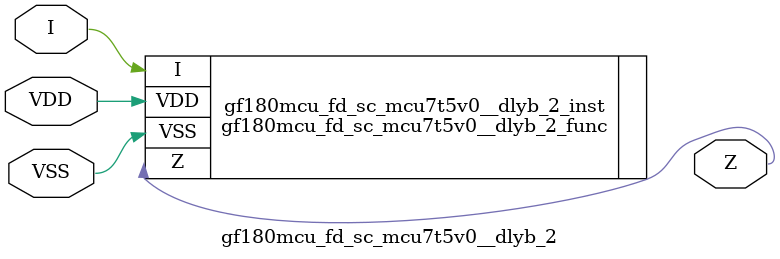
<source format=v>

module gf180mcu_fd_sc_mcu7t5v0__dlyb_2( I, Z, VDD, VSS );
input I;
inout VDD, VSS;
output Z;

   `ifdef FUNCTIONAL  //  functional //

	gf180mcu_fd_sc_mcu7t5v0__dlyb_2_func gf180mcu_fd_sc_mcu7t5v0__dlyb_2_behav_inst(.I(I),.Z(Z),.VDD(VDD),.VSS(VSS));

   `else

	gf180mcu_fd_sc_mcu7t5v0__dlyb_2_func gf180mcu_fd_sc_mcu7t5v0__dlyb_2_inst(.I(I),.Z(Z),.VDD(VDD),.VSS(VSS));

	// spec_gates_begin


	// spec_gates_end



   specify

	// specify_block_begin

	// comb arc I --> Z
	 (I => Z) = (1.0,1.0);

	// specify_block_end

   endspecify

   `endif

endmodule

</source>
